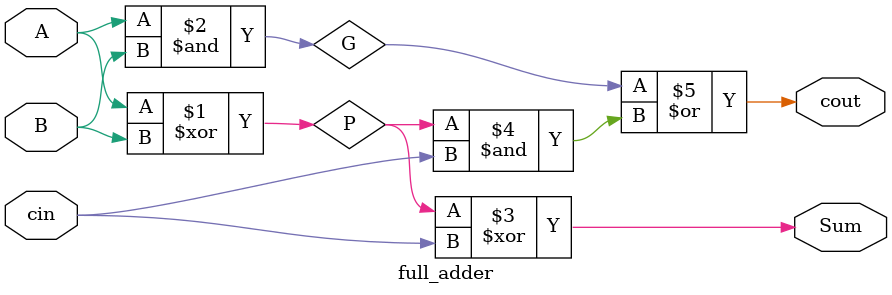
<source format=v>
module full_adder (
  input wire A,B,cin,
  output wire cout,Sum
);
  wire P,G;    // señales internas generasas de propagacion y generacion de Carry out
    
  assign P = A^B;    // Señal de propagacion de Carry debido a las entradas
  assign G = A&B;    // Señal de generacion de Carry
  assign Sum = P ^ cin;    // Suma debido a los bits A o B y el Carry in
  assign cout = G | ( P & cin );    // Salida de Carry debido a las entradas y el carry in
    
endmodule  

</source>
